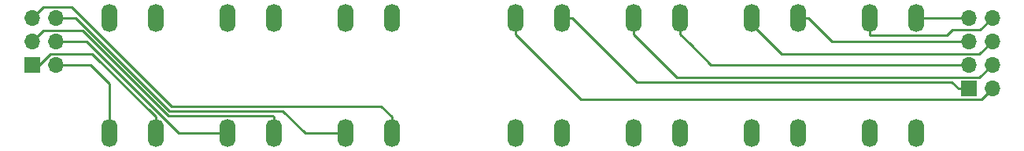
<source format=gbr>
G04 #@! TF.GenerationSoftware,KiCad,Pcbnew,(5.1.5)-3*
G04 #@! TF.CreationDate,2020-02-14T16:00:35-06:00*
G04 #@! TF.ProjectId,7Button,37427574-746f-46e2-9e6b-696361645f70,rev?*
G04 #@! TF.SameCoordinates,Original*
G04 #@! TF.FileFunction,Copper,L1,Top*
G04 #@! TF.FilePolarity,Positive*
%FSLAX46Y46*%
G04 Gerber Fmt 4.6, Leading zero omitted, Abs format (unit mm)*
G04 Created by KiCad (PCBNEW (5.1.5)-3) date 2020-02-14 16:00:35*
%MOMM*%
%LPD*%
G04 APERTURE LIST*
%ADD10O,1.700000X1.700000*%
%ADD11R,1.700000X1.700000*%
%ADD12O,1.727200X3.048000*%
%ADD13C,0.250000*%
G04 APERTURE END LIST*
D10*
X239776000Y-125960000D03*
X237236000Y-125960000D03*
X239776000Y-128500000D03*
X237236000Y-128500000D03*
X239776000Y-131040000D03*
X237236000Y-131040000D03*
X239776000Y-133580000D03*
D11*
X237236000Y-133580000D03*
D10*
X139065000Y-125950000D03*
X136525000Y-125950000D03*
X139065000Y-128490000D03*
X136525000Y-128490000D03*
X139065000Y-131030000D03*
D11*
X136525000Y-131030000D03*
D12*
X231568000Y-138430000D03*
X226568000Y-138430000D03*
X231568000Y-125930000D03*
X226568000Y-125930000D03*
X218868000Y-138430000D03*
X213868000Y-138430000D03*
X218868000Y-125930000D03*
X213868000Y-125930000D03*
X206168000Y-138430000D03*
X201168000Y-138430000D03*
X206168000Y-125930000D03*
X201168000Y-125930000D03*
X193468000Y-138430000D03*
X188468000Y-138430000D03*
X193468000Y-125930000D03*
X188468000Y-125930000D03*
X175180000Y-138430000D03*
X170180000Y-138430000D03*
X175180000Y-125930000D03*
X170180000Y-125930000D03*
X162480000Y-138430000D03*
X157480000Y-138430000D03*
X162480000Y-125930000D03*
X157480000Y-125930000D03*
X149780000Y-138430000D03*
X144780000Y-138430000D03*
X149780000Y-125930000D03*
X144780000Y-125930000D03*
D13*
X226568000Y-127704000D02*
X226568000Y-125930000D01*
X226643010Y-127779010D02*
X226568000Y-127704000D01*
X235458000Y-127254000D02*
X234932990Y-127779010D01*
X238482000Y-127254000D02*
X235458000Y-127254000D01*
X234932990Y-127779010D02*
X226643010Y-127779010D01*
X239776000Y-125960000D02*
X238482000Y-127254000D01*
X213868000Y-126590400D02*
X213868000Y-125930000D01*
X217142599Y-129864999D02*
X213868000Y-126590400D01*
X238411001Y-129864999D02*
X217142599Y-129864999D01*
X239776000Y-128500000D02*
X238411001Y-129864999D01*
X205868999Y-132404999D02*
X201168000Y-127704000D01*
X201168000Y-127704000D02*
X201168000Y-125930000D01*
X238411001Y-132404999D02*
X205868999Y-132404999D01*
X239776000Y-131040000D02*
X238411001Y-132404999D01*
X188468000Y-127704000D02*
X188468000Y-125930000D01*
X195519001Y-134755001D02*
X188468000Y-127704000D01*
X238600999Y-134755001D02*
X195519001Y-134755001D01*
X239776000Y-133580000D02*
X238600999Y-134755001D01*
X163449000Y-136017000D02*
X165862000Y-138430000D01*
X165862000Y-138430000D02*
X170180000Y-138430000D01*
X151258410Y-136017000D02*
X163449000Y-136017000D01*
X139065000Y-125950000D02*
X141191410Y-125950000D01*
X141191410Y-125950000D02*
X151258410Y-136017000D01*
X137700001Y-124774999D02*
X140776999Y-124774999D01*
X136525000Y-125950000D02*
X137700001Y-124774999D01*
X140776999Y-124774999D02*
X151511000Y-135509000D01*
X175180000Y-136656000D02*
X175180000Y-138430000D01*
X174033000Y-135509000D02*
X175180000Y-136656000D01*
X151511000Y-135509000D02*
X174033000Y-135509000D01*
X152273000Y-138430000D02*
X157480000Y-138430000D01*
X139065000Y-128490000D02*
X142333000Y-128490000D01*
X142333000Y-128490000D02*
X152273000Y-138430000D01*
X137700001Y-127314999D02*
X141919999Y-127314999D01*
X136525000Y-128490000D02*
X137700001Y-127314999D01*
X141919999Y-127314999D02*
X151130000Y-136525000D01*
X162480000Y-136656000D02*
X162480000Y-138430000D01*
X162349000Y-136525000D02*
X162480000Y-136656000D01*
X151130000Y-136525000D02*
X162349000Y-136525000D01*
X140267081Y-131030000D02*
X140301081Y-131064000D01*
X139065000Y-131030000D02*
X140267081Y-131030000D01*
X140301081Y-131064000D02*
X142748000Y-131064000D01*
X142748000Y-131064000D02*
X144780000Y-133096000D01*
X144780000Y-133096000D02*
X144780000Y-138430000D01*
X149780000Y-136656000D02*
X149780000Y-138430000D01*
X142978999Y-129854999D02*
X149780000Y-136656000D01*
X137325998Y-131030000D02*
X138500999Y-129854999D01*
X138500999Y-129854999D02*
X142978999Y-129854999D01*
X136525000Y-131030000D02*
X137325998Y-131030000D01*
X237206000Y-125930000D02*
X237236000Y-125960000D01*
X231568000Y-125930000D02*
X237206000Y-125930000D01*
X236033919Y-128500000D02*
X237236000Y-128500000D01*
X222551600Y-128500000D02*
X236033919Y-128500000D01*
X219981600Y-125930000D02*
X222551600Y-128500000D01*
X218868000Y-125930000D02*
X219981600Y-125930000D01*
X206168000Y-125930000D02*
X206168000Y-127704000D01*
X237236000Y-131040000D02*
X209526000Y-131040000D01*
X209526000Y-131040000D02*
X207264000Y-128778000D01*
X206168000Y-127704000D02*
X207264000Y-128778000D01*
X207264000Y-128778000D02*
X207414010Y-128950010D01*
X236069000Y-133580000D02*
X237236000Y-133580000D01*
X194581600Y-125930000D02*
X193468000Y-125930000D01*
X235411009Y-132855009D02*
X201506609Y-132855009D01*
X201506609Y-132855009D02*
X194581600Y-125930000D01*
X236136000Y-133580000D02*
X235411009Y-132855009D01*
X237236000Y-133580000D02*
X236136000Y-133580000D01*
M02*

</source>
